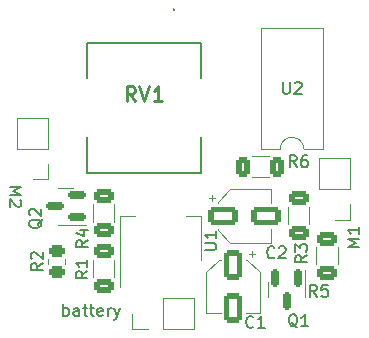
<source format=gto>
G04 #@! TF.GenerationSoftware,KiCad,Pcbnew,8.0.5*
G04 #@! TF.CreationDate,2024-10-02T19:17:24-04:00*
G04 #@! TF.ProjectId,pcb_chip,7063625f-6368-4697-902e-6b696361645f,rev?*
G04 #@! TF.SameCoordinates,Original*
G04 #@! TF.FileFunction,Legend,Top*
G04 #@! TF.FilePolarity,Positive*
%FSLAX46Y46*%
G04 Gerber Fmt 4.6, Leading zero omitted, Abs format (unit mm)*
G04 Created by KiCad (PCBNEW 8.0.5) date 2024-10-02 19:17:24*
%MOMM*%
%LPD*%
G01*
G04 APERTURE LIST*
G04 Aperture macros list*
%AMRoundRect*
0 Rectangle with rounded corners*
0 $1 Rounding radius*
0 $2 $3 $4 $5 $6 $7 $8 $9 X,Y pos of 4 corners*
0 Add a 4 corners polygon primitive as box body*
4,1,4,$2,$3,$4,$5,$6,$7,$8,$9,$2,$3,0*
0 Add four circle primitives for the rounded corners*
1,1,$1+$1,$2,$3*
1,1,$1+$1,$4,$5*
1,1,$1+$1,$6,$7*
1,1,$1+$1,$8,$9*
0 Add four rect primitives between the rounded corners*
20,1,$1+$1,$2,$3,$4,$5,0*
20,1,$1+$1,$4,$5,$6,$7,0*
20,1,$1+$1,$6,$7,$8,$9,0*
20,1,$1+$1,$8,$9,$2,$3,0*%
G04 Aperture macros list end*
%ADD10C,0.150000*%
%ADD11C,0.254000*%
%ADD12C,0.120000*%
%ADD13C,0.200000*%
%ADD14R,1.600000X1.600000*%
%ADD15O,1.600000X1.600000*%
%ADD16RoundRect,0.250000X0.312500X0.625000X-0.312500X0.625000X-0.312500X-0.625000X0.312500X-0.625000X0*%
%ADD17RoundRect,0.150000X-0.150000X0.587500X-0.150000X-0.587500X0.150000X-0.587500X0.150000X0.587500X0*%
%ADD18RoundRect,0.250000X-0.625000X0.312500X-0.625000X-0.312500X0.625000X-0.312500X0.625000X0.312500X0*%
%ADD19RoundRect,0.250000X0.625000X-0.312500X0.625000X0.312500X-0.625000X0.312500X-0.625000X-0.312500X0*%
%ADD20RoundRect,0.250000X-1.050000X-0.550000X1.050000X-0.550000X1.050000X0.550000X-1.050000X0.550000X0*%
%ADD21RoundRect,0.250000X0.450000X-0.262500X0.450000X0.262500X-0.450000X0.262500X-0.450000X-0.262500X0*%
%ADD22R,1.500000X1.500000*%
%ADD23C,1.500000*%
%ADD24C,4.260000*%
%ADD25R,1.700000X1.700000*%
%ADD26O,1.700000X1.700000*%
%ADD27RoundRect,0.150000X0.587500X0.150000X-0.587500X0.150000X-0.587500X-0.150000X0.587500X-0.150000X0*%
%ADD28RoundRect,0.250000X-0.550000X1.050000X-0.550000X-1.050000X0.550000X-1.050000X0.550000X1.050000X0*%
%ADD29R,1.500000X2.000000*%
%ADD30R,3.800000X2.000000*%
G04 APERTURE END LIST*
D10*
X136601295Y-86586819D02*
X136601295Y-87396342D01*
X136601295Y-87396342D02*
X136648914Y-87491580D01*
X136648914Y-87491580D02*
X136696533Y-87539200D01*
X136696533Y-87539200D02*
X136791771Y-87586819D01*
X136791771Y-87586819D02*
X136982247Y-87586819D01*
X136982247Y-87586819D02*
X137077485Y-87539200D01*
X137077485Y-87539200D02*
X137125104Y-87491580D01*
X137125104Y-87491580D02*
X137172723Y-87396342D01*
X137172723Y-87396342D02*
X137172723Y-86586819D01*
X137601295Y-86682057D02*
X137648914Y-86634438D01*
X137648914Y-86634438D02*
X137744152Y-86586819D01*
X137744152Y-86586819D02*
X137982247Y-86586819D01*
X137982247Y-86586819D02*
X138077485Y-86634438D01*
X138077485Y-86634438D02*
X138125104Y-86682057D01*
X138125104Y-86682057D02*
X138172723Y-86777295D01*
X138172723Y-86777295D02*
X138172723Y-86872533D01*
X138172723Y-86872533D02*
X138125104Y-87015390D01*
X138125104Y-87015390D02*
X137553676Y-87586819D01*
X137553676Y-87586819D02*
X138172723Y-87586819D01*
X137755333Y-93774419D02*
X137422000Y-93298228D01*
X137183905Y-93774419D02*
X137183905Y-92774419D01*
X137183905Y-92774419D02*
X137564857Y-92774419D01*
X137564857Y-92774419D02*
X137660095Y-92822038D01*
X137660095Y-92822038D02*
X137707714Y-92869657D01*
X137707714Y-92869657D02*
X137755333Y-92964895D01*
X137755333Y-92964895D02*
X137755333Y-93107752D01*
X137755333Y-93107752D02*
X137707714Y-93202990D01*
X137707714Y-93202990D02*
X137660095Y-93250609D01*
X137660095Y-93250609D02*
X137564857Y-93298228D01*
X137564857Y-93298228D02*
X137183905Y-93298228D01*
X138612476Y-92774419D02*
X138422000Y-92774419D01*
X138422000Y-92774419D02*
X138326762Y-92822038D01*
X138326762Y-92822038D02*
X138279143Y-92869657D01*
X138279143Y-92869657D02*
X138183905Y-93012514D01*
X138183905Y-93012514D02*
X138136286Y-93202990D01*
X138136286Y-93202990D02*
X138136286Y-93583942D01*
X138136286Y-93583942D02*
X138183905Y-93679180D01*
X138183905Y-93679180D02*
X138231524Y-93726800D01*
X138231524Y-93726800D02*
X138326762Y-93774419D01*
X138326762Y-93774419D02*
X138517238Y-93774419D01*
X138517238Y-93774419D02*
X138612476Y-93726800D01*
X138612476Y-93726800D02*
X138660095Y-93679180D01*
X138660095Y-93679180D02*
X138707714Y-93583942D01*
X138707714Y-93583942D02*
X138707714Y-93345847D01*
X138707714Y-93345847D02*
X138660095Y-93250609D01*
X138660095Y-93250609D02*
X138612476Y-93202990D01*
X138612476Y-93202990D02*
X138517238Y-93155371D01*
X138517238Y-93155371D02*
X138326762Y-93155371D01*
X138326762Y-93155371D02*
X138231524Y-93202990D01*
X138231524Y-93202990D02*
X138183905Y-93250609D01*
X138183905Y-93250609D02*
X138136286Y-93345847D01*
X137826761Y-107331657D02*
X137731523Y-107284038D01*
X137731523Y-107284038D02*
X137636285Y-107188800D01*
X137636285Y-107188800D02*
X137493428Y-107045942D01*
X137493428Y-107045942D02*
X137398190Y-106998323D01*
X137398190Y-106998323D02*
X137302952Y-106998323D01*
X137350571Y-107236419D02*
X137255333Y-107188800D01*
X137255333Y-107188800D02*
X137160095Y-107093561D01*
X137160095Y-107093561D02*
X137112476Y-106903085D01*
X137112476Y-106903085D02*
X137112476Y-106569752D01*
X137112476Y-106569752D02*
X137160095Y-106379276D01*
X137160095Y-106379276D02*
X137255333Y-106284038D01*
X137255333Y-106284038D02*
X137350571Y-106236419D01*
X137350571Y-106236419D02*
X137541047Y-106236419D01*
X137541047Y-106236419D02*
X137636285Y-106284038D01*
X137636285Y-106284038D02*
X137731523Y-106379276D01*
X137731523Y-106379276D02*
X137779142Y-106569752D01*
X137779142Y-106569752D02*
X137779142Y-106903085D01*
X137779142Y-106903085D02*
X137731523Y-107093561D01*
X137731523Y-107093561D02*
X137636285Y-107188800D01*
X137636285Y-107188800D02*
X137541047Y-107236419D01*
X137541047Y-107236419D02*
X137350571Y-107236419D01*
X138731523Y-107236419D02*
X138160095Y-107236419D01*
X138445809Y-107236419D02*
X138445809Y-106236419D01*
X138445809Y-106236419D02*
X138350571Y-106379276D01*
X138350571Y-106379276D02*
X138255333Y-106474514D01*
X138255333Y-106474514D02*
X138160095Y-106522133D01*
X138630819Y-101258666D02*
X138154628Y-101591999D01*
X138630819Y-101830094D02*
X137630819Y-101830094D01*
X137630819Y-101830094D02*
X137630819Y-101449142D01*
X137630819Y-101449142D02*
X137678438Y-101353904D01*
X137678438Y-101353904D02*
X137726057Y-101306285D01*
X137726057Y-101306285D02*
X137821295Y-101258666D01*
X137821295Y-101258666D02*
X137964152Y-101258666D01*
X137964152Y-101258666D02*
X138059390Y-101306285D01*
X138059390Y-101306285D02*
X138107009Y-101353904D01*
X138107009Y-101353904D02*
X138154628Y-101449142D01*
X138154628Y-101449142D02*
X138154628Y-101830094D01*
X137630819Y-100925332D02*
X137630819Y-100306285D01*
X137630819Y-100306285D02*
X138011771Y-100639618D01*
X138011771Y-100639618D02*
X138011771Y-100496761D01*
X138011771Y-100496761D02*
X138059390Y-100401523D01*
X138059390Y-100401523D02*
X138107009Y-100353904D01*
X138107009Y-100353904D02*
X138202247Y-100306285D01*
X138202247Y-100306285D02*
X138440342Y-100306285D01*
X138440342Y-100306285D02*
X138535580Y-100353904D01*
X138535580Y-100353904D02*
X138583200Y-100401523D01*
X138583200Y-100401523D02*
X138630819Y-100496761D01*
X138630819Y-100496761D02*
X138630819Y-100782475D01*
X138630819Y-100782475D02*
X138583200Y-100877713D01*
X138583200Y-100877713D02*
X138535580Y-100925332D01*
X120088819Y-99988666D02*
X119612628Y-100321999D01*
X120088819Y-100560094D02*
X119088819Y-100560094D01*
X119088819Y-100560094D02*
X119088819Y-100179142D01*
X119088819Y-100179142D02*
X119136438Y-100083904D01*
X119136438Y-100083904D02*
X119184057Y-100036285D01*
X119184057Y-100036285D02*
X119279295Y-99988666D01*
X119279295Y-99988666D02*
X119422152Y-99988666D01*
X119422152Y-99988666D02*
X119517390Y-100036285D01*
X119517390Y-100036285D02*
X119565009Y-100083904D01*
X119565009Y-100083904D02*
X119612628Y-100179142D01*
X119612628Y-100179142D02*
X119612628Y-100560094D01*
X119422152Y-99131523D02*
X120088819Y-99131523D01*
X119041200Y-99369618D02*
X119755485Y-99607713D01*
X119755485Y-99607713D02*
X119755485Y-98988666D01*
X135875733Y-101400780D02*
X135828114Y-101448400D01*
X135828114Y-101448400D02*
X135685257Y-101496019D01*
X135685257Y-101496019D02*
X135590019Y-101496019D01*
X135590019Y-101496019D02*
X135447162Y-101448400D01*
X135447162Y-101448400D02*
X135351924Y-101353161D01*
X135351924Y-101353161D02*
X135304305Y-101257923D01*
X135304305Y-101257923D02*
X135256686Y-101067447D01*
X135256686Y-101067447D02*
X135256686Y-100924590D01*
X135256686Y-100924590D02*
X135304305Y-100734114D01*
X135304305Y-100734114D02*
X135351924Y-100638876D01*
X135351924Y-100638876D02*
X135447162Y-100543638D01*
X135447162Y-100543638D02*
X135590019Y-100496019D01*
X135590019Y-100496019D02*
X135685257Y-100496019D01*
X135685257Y-100496019D02*
X135828114Y-100543638D01*
X135828114Y-100543638D02*
X135875733Y-100591257D01*
X136256686Y-100591257D02*
X136304305Y-100543638D01*
X136304305Y-100543638D02*
X136399543Y-100496019D01*
X136399543Y-100496019D02*
X136637638Y-100496019D01*
X136637638Y-100496019D02*
X136732876Y-100543638D01*
X136732876Y-100543638D02*
X136780495Y-100591257D01*
X136780495Y-100591257D02*
X136828114Y-100686495D01*
X136828114Y-100686495D02*
X136828114Y-100781733D01*
X136828114Y-100781733D02*
X136780495Y-100924590D01*
X136780495Y-100924590D02*
X136209067Y-101496019D01*
X136209067Y-101496019D02*
X136828114Y-101496019D01*
X139482533Y-104747219D02*
X139149200Y-104271028D01*
X138911105Y-104747219D02*
X138911105Y-103747219D01*
X138911105Y-103747219D02*
X139292057Y-103747219D01*
X139292057Y-103747219D02*
X139387295Y-103794838D01*
X139387295Y-103794838D02*
X139434914Y-103842457D01*
X139434914Y-103842457D02*
X139482533Y-103937695D01*
X139482533Y-103937695D02*
X139482533Y-104080552D01*
X139482533Y-104080552D02*
X139434914Y-104175790D01*
X139434914Y-104175790D02*
X139387295Y-104223409D01*
X139387295Y-104223409D02*
X139292057Y-104271028D01*
X139292057Y-104271028D02*
X138911105Y-104271028D01*
X140387295Y-103747219D02*
X139911105Y-103747219D01*
X139911105Y-103747219D02*
X139863486Y-104223409D01*
X139863486Y-104223409D02*
X139911105Y-104175790D01*
X139911105Y-104175790D02*
X140006343Y-104128171D01*
X140006343Y-104128171D02*
X140244438Y-104128171D01*
X140244438Y-104128171D02*
X140339676Y-104175790D01*
X140339676Y-104175790D02*
X140387295Y-104223409D01*
X140387295Y-104223409D02*
X140434914Y-104318647D01*
X140434914Y-104318647D02*
X140434914Y-104556742D01*
X140434914Y-104556742D02*
X140387295Y-104651980D01*
X140387295Y-104651980D02*
X140339676Y-104699600D01*
X140339676Y-104699600D02*
X140244438Y-104747219D01*
X140244438Y-104747219D02*
X140006343Y-104747219D01*
X140006343Y-104747219D02*
X139911105Y-104699600D01*
X139911105Y-104699600D02*
X139863486Y-104651980D01*
X116254419Y-101919066D02*
X115778228Y-102252399D01*
X116254419Y-102490494D02*
X115254419Y-102490494D01*
X115254419Y-102490494D02*
X115254419Y-102109542D01*
X115254419Y-102109542D02*
X115302038Y-102014304D01*
X115302038Y-102014304D02*
X115349657Y-101966685D01*
X115349657Y-101966685D02*
X115444895Y-101919066D01*
X115444895Y-101919066D02*
X115587752Y-101919066D01*
X115587752Y-101919066D02*
X115682990Y-101966685D01*
X115682990Y-101966685D02*
X115730609Y-102014304D01*
X115730609Y-102014304D02*
X115778228Y-102109542D01*
X115778228Y-102109542D02*
X115778228Y-102490494D01*
X115349657Y-101538113D02*
X115302038Y-101490494D01*
X115302038Y-101490494D02*
X115254419Y-101395256D01*
X115254419Y-101395256D02*
X115254419Y-101157161D01*
X115254419Y-101157161D02*
X115302038Y-101061923D01*
X115302038Y-101061923D02*
X115349657Y-101014304D01*
X115349657Y-101014304D02*
X115444895Y-100966685D01*
X115444895Y-100966685D02*
X115540133Y-100966685D01*
X115540133Y-100966685D02*
X115682990Y-101014304D01*
X115682990Y-101014304D02*
X116254419Y-101585732D01*
X116254419Y-101585732D02*
X116254419Y-100966685D01*
X120038019Y-102579466D02*
X119561828Y-102912799D01*
X120038019Y-103150894D02*
X119038019Y-103150894D01*
X119038019Y-103150894D02*
X119038019Y-102769942D01*
X119038019Y-102769942D02*
X119085638Y-102674704D01*
X119085638Y-102674704D02*
X119133257Y-102627085D01*
X119133257Y-102627085D02*
X119228495Y-102579466D01*
X119228495Y-102579466D02*
X119371352Y-102579466D01*
X119371352Y-102579466D02*
X119466590Y-102627085D01*
X119466590Y-102627085D02*
X119514209Y-102674704D01*
X119514209Y-102674704D02*
X119561828Y-102769942D01*
X119561828Y-102769942D02*
X119561828Y-103150894D01*
X120038019Y-101627085D02*
X120038019Y-102198513D01*
X120038019Y-101912799D02*
X119038019Y-101912799D01*
X119038019Y-101912799D02*
X119180876Y-102008037D01*
X119180876Y-102008037D02*
X119276114Y-102103275D01*
X119276114Y-102103275D02*
X119323733Y-102198513D01*
D11*
X124085048Y-88204318D02*
X123661714Y-87599556D01*
X123359333Y-88204318D02*
X123359333Y-86934318D01*
X123359333Y-86934318D02*
X123843143Y-86934318D01*
X123843143Y-86934318D02*
X123964095Y-86994794D01*
X123964095Y-86994794D02*
X124024572Y-87055270D01*
X124024572Y-87055270D02*
X124085048Y-87176222D01*
X124085048Y-87176222D02*
X124085048Y-87357651D01*
X124085048Y-87357651D02*
X124024572Y-87478603D01*
X124024572Y-87478603D02*
X123964095Y-87539080D01*
X123964095Y-87539080D02*
X123843143Y-87599556D01*
X123843143Y-87599556D02*
X123359333Y-87599556D01*
X124447905Y-86934318D02*
X124871238Y-88204318D01*
X124871238Y-88204318D02*
X125294572Y-86934318D01*
X126383143Y-88204318D02*
X125657428Y-88204318D01*
X126020285Y-88204318D02*
X126020285Y-86934318D01*
X126020285Y-86934318D02*
X125899333Y-87115746D01*
X125899333Y-87115746D02*
X125778381Y-87236699D01*
X125778381Y-87236699D02*
X125657428Y-87297175D01*
D10*
X113464180Y-95456476D02*
X114464180Y-95456476D01*
X114464180Y-95456476D02*
X113749895Y-95789809D01*
X113749895Y-95789809D02*
X114464180Y-96123142D01*
X114464180Y-96123142D02*
X113464180Y-96123142D01*
X114368942Y-96551714D02*
X114416561Y-96599333D01*
X114416561Y-96599333D02*
X114464180Y-96694571D01*
X114464180Y-96694571D02*
X114464180Y-96932666D01*
X114464180Y-96932666D02*
X114416561Y-97027904D01*
X114416561Y-97027904D02*
X114368942Y-97075523D01*
X114368942Y-97075523D02*
X114273704Y-97123142D01*
X114273704Y-97123142D02*
X114178466Y-97123142D01*
X114178466Y-97123142D02*
X114035609Y-97075523D01*
X114035609Y-97075523D02*
X113464180Y-96504095D01*
X113464180Y-96504095D02*
X113464180Y-97123142D01*
X143075819Y-100504523D02*
X142075819Y-100504523D01*
X142075819Y-100504523D02*
X142790104Y-100171190D01*
X142790104Y-100171190D02*
X142075819Y-99837857D01*
X142075819Y-99837857D02*
X143075819Y-99837857D01*
X143075819Y-98837857D02*
X143075819Y-99409285D01*
X143075819Y-99123571D02*
X142075819Y-99123571D01*
X142075819Y-99123571D02*
X142218676Y-99218809D01*
X142218676Y-99218809D02*
X142313914Y-99314047D01*
X142313914Y-99314047D02*
X142361533Y-99409285D01*
X117993056Y-106372819D02*
X117993056Y-105372819D01*
X117993056Y-105753771D02*
X118088294Y-105706152D01*
X118088294Y-105706152D02*
X118278770Y-105706152D01*
X118278770Y-105706152D02*
X118374008Y-105753771D01*
X118374008Y-105753771D02*
X118421627Y-105801390D01*
X118421627Y-105801390D02*
X118469246Y-105896628D01*
X118469246Y-105896628D02*
X118469246Y-106182342D01*
X118469246Y-106182342D02*
X118421627Y-106277580D01*
X118421627Y-106277580D02*
X118374008Y-106325200D01*
X118374008Y-106325200D02*
X118278770Y-106372819D01*
X118278770Y-106372819D02*
X118088294Y-106372819D01*
X118088294Y-106372819D02*
X117993056Y-106325200D01*
X119326389Y-106372819D02*
X119326389Y-105849009D01*
X119326389Y-105849009D02*
X119278770Y-105753771D01*
X119278770Y-105753771D02*
X119183532Y-105706152D01*
X119183532Y-105706152D02*
X118993056Y-105706152D01*
X118993056Y-105706152D02*
X118897818Y-105753771D01*
X119326389Y-106325200D02*
X119231151Y-106372819D01*
X119231151Y-106372819D02*
X118993056Y-106372819D01*
X118993056Y-106372819D02*
X118897818Y-106325200D01*
X118897818Y-106325200D02*
X118850199Y-106229961D01*
X118850199Y-106229961D02*
X118850199Y-106134723D01*
X118850199Y-106134723D02*
X118897818Y-106039485D01*
X118897818Y-106039485D02*
X118993056Y-105991866D01*
X118993056Y-105991866D02*
X119231151Y-105991866D01*
X119231151Y-105991866D02*
X119326389Y-105944247D01*
X119659723Y-105706152D02*
X120040675Y-105706152D01*
X119802580Y-105372819D02*
X119802580Y-106229961D01*
X119802580Y-106229961D02*
X119850199Y-106325200D01*
X119850199Y-106325200D02*
X119945437Y-106372819D01*
X119945437Y-106372819D02*
X120040675Y-106372819D01*
X120231152Y-105706152D02*
X120612104Y-105706152D01*
X120374009Y-105372819D02*
X120374009Y-106229961D01*
X120374009Y-106229961D02*
X120421628Y-106325200D01*
X120421628Y-106325200D02*
X120516866Y-106372819D01*
X120516866Y-106372819D02*
X120612104Y-106372819D01*
X121326390Y-106325200D02*
X121231152Y-106372819D01*
X121231152Y-106372819D02*
X121040676Y-106372819D01*
X121040676Y-106372819D02*
X120945438Y-106325200D01*
X120945438Y-106325200D02*
X120897819Y-106229961D01*
X120897819Y-106229961D02*
X120897819Y-105849009D01*
X120897819Y-105849009D02*
X120945438Y-105753771D01*
X120945438Y-105753771D02*
X121040676Y-105706152D01*
X121040676Y-105706152D02*
X121231152Y-105706152D01*
X121231152Y-105706152D02*
X121326390Y-105753771D01*
X121326390Y-105753771D02*
X121374009Y-105849009D01*
X121374009Y-105849009D02*
X121374009Y-105944247D01*
X121374009Y-105944247D02*
X120897819Y-106039485D01*
X121802581Y-106372819D02*
X121802581Y-105706152D01*
X121802581Y-105896628D02*
X121850200Y-105801390D01*
X121850200Y-105801390D02*
X121897819Y-105753771D01*
X121897819Y-105753771D02*
X121993057Y-105706152D01*
X121993057Y-105706152D02*
X122088295Y-105706152D01*
X122326391Y-105706152D02*
X122564486Y-106372819D01*
X122802581Y-105706152D02*
X122564486Y-106372819D01*
X122564486Y-106372819D02*
X122469248Y-106610914D01*
X122469248Y-106610914D02*
X122421629Y-106658533D01*
X122421629Y-106658533D02*
X122326391Y-106706152D01*
X116221657Y-98190038D02*
X116174038Y-98285276D01*
X116174038Y-98285276D02*
X116078800Y-98380514D01*
X116078800Y-98380514D02*
X115935942Y-98523371D01*
X115935942Y-98523371D02*
X115888323Y-98618609D01*
X115888323Y-98618609D02*
X115888323Y-98713847D01*
X116126419Y-98666228D02*
X116078800Y-98761466D01*
X116078800Y-98761466D02*
X115983561Y-98856704D01*
X115983561Y-98856704D02*
X115793085Y-98904323D01*
X115793085Y-98904323D02*
X115459752Y-98904323D01*
X115459752Y-98904323D02*
X115269276Y-98856704D01*
X115269276Y-98856704D02*
X115174038Y-98761466D01*
X115174038Y-98761466D02*
X115126419Y-98666228D01*
X115126419Y-98666228D02*
X115126419Y-98475752D01*
X115126419Y-98475752D02*
X115174038Y-98380514D01*
X115174038Y-98380514D02*
X115269276Y-98285276D01*
X115269276Y-98285276D02*
X115459752Y-98237657D01*
X115459752Y-98237657D02*
X115793085Y-98237657D01*
X115793085Y-98237657D02*
X115983561Y-98285276D01*
X115983561Y-98285276D02*
X116078800Y-98380514D01*
X116078800Y-98380514D02*
X116126419Y-98475752D01*
X116126419Y-98475752D02*
X116126419Y-98666228D01*
X115221657Y-97856704D02*
X115174038Y-97809085D01*
X115174038Y-97809085D02*
X115126419Y-97713847D01*
X115126419Y-97713847D02*
X115126419Y-97475752D01*
X115126419Y-97475752D02*
X115174038Y-97380514D01*
X115174038Y-97380514D02*
X115221657Y-97332895D01*
X115221657Y-97332895D02*
X115316895Y-97285276D01*
X115316895Y-97285276D02*
X115412133Y-97285276D01*
X115412133Y-97285276D02*
X115554990Y-97332895D01*
X115554990Y-97332895D02*
X116126419Y-97904323D01*
X116126419Y-97904323D02*
X116126419Y-97285276D01*
X134097733Y-107293580D02*
X134050114Y-107341200D01*
X134050114Y-107341200D02*
X133907257Y-107388819D01*
X133907257Y-107388819D02*
X133812019Y-107388819D01*
X133812019Y-107388819D02*
X133669162Y-107341200D01*
X133669162Y-107341200D02*
X133573924Y-107245961D01*
X133573924Y-107245961D02*
X133526305Y-107150723D01*
X133526305Y-107150723D02*
X133478686Y-106960247D01*
X133478686Y-106960247D02*
X133478686Y-106817390D01*
X133478686Y-106817390D02*
X133526305Y-106626914D01*
X133526305Y-106626914D02*
X133573924Y-106531676D01*
X133573924Y-106531676D02*
X133669162Y-106436438D01*
X133669162Y-106436438D02*
X133812019Y-106388819D01*
X133812019Y-106388819D02*
X133907257Y-106388819D01*
X133907257Y-106388819D02*
X134050114Y-106436438D01*
X134050114Y-106436438D02*
X134097733Y-106484057D01*
X135050114Y-107388819D02*
X134478686Y-107388819D01*
X134764400Y-107388819D02*
X134764400Y-106388819D01*
X134764400Y-106388819D02*
X134669162Y-106531676D01*
X134669162Y-106531676D02*
X134573924Y-106626914D01*
X134573924Y-106626914D02*
X134478686Y-106674533D01*
X129960019Y-100787104D02*
X130769542Y-100787104D01*
X130769542Y-100787104D02*
X130864780Y-100739485D01*
X130864780Y-100739485D02*
X130912400Y-100691866D01*
X130912400Y-100691866D02*
X130960019Y-100596628D01*
X130960019Y-100596628D02*
X130960019Y-100406152D01*
X130960019Y-100406152D02*
X130912400Y-100310914D01*
X130912400Y-100310914D02*
X130864780Y-100263295D01*
X130864780Y-100263295D02*
X130769542Y-100215676D01*
X130769542Y-100215676D02*
X129960019Y-100215676D01*
X130960019Y-99215676D02*
X130960019Y-99787104D01*
X130960019Y-99501390D02*
X129960019Y-99501390D01*
X129960019Y-99501390D02*
X130102876Y-99596628D01*
X130102876Y-99596628D02*
X130198114Y-99691866D01*
X130198114Y-99691866D02*
X130245733Y-99787104D01*
D12*
X134713200Y-81982000D02*
X134713200Y-92262000D01*
X134713200Y-92262000D02*
X136363200Y-92262000D01*
X138363200Y-92262000D02*
X140013200Y-92262000D01*
X140013200Y-81982000D02*
X134713200Y-81982000D01*
X140013200Y-92262000D02*
X140013200Y-81982000D01*
X136363200Y-92262000D02*
G75*
G02*
X138363200Y-92262000I1000000J0D01*
G01*
X135397864Y-92816000D02*
X133943736Y-92816000D01*
X135397864Y-94636000D02*
X133943736Y-94636000D01*
X135346000Y-104140000D02*
X135346000Y-103490000D01*
X135346000Y-104140000D02*
X135346000Y-104790000D01*
X138466000Y-104140000D02*
X138466000Y-102465000D01*
X138466000Y-104140000D02*
X138466000Y-104790000D01*
X137012000Y-97164536D02*
X137012000Y-98618664D01*
X138832000Y-97164536D02*
X138832000Y-98618664D01*
X120502000Y-98390064D02*
X120502000Y-96935936D01*
X122322000Y-98390064D02*
X122322000Y-96935936D01*
X130350000Y-96357000D02*
X130850000Y-96357000D01*
X130600000Y-96107000D02*
X130600000Y-96607000D01*
X131090000Y-96721437D02*
X131090000Y-96857000D01*
X131090000Y-96721437D02*
X132154437Y-95657000D01*
X131090000Y-99112563D02*
X131090000Y-98977000D01*
X131090000Y-99112563D02*
X132154437Y-100177000D01*
X132154437Y-95657000D02*
X135610000Y-95657000D01*
X132154437Y-100177000D02*
X135610000Y-100177000D01*
X135610000Y-95657000D02*
X135610000Y-96857000D01*
X135610000Y-100177000D02*
X135610000Y-98977000D01*
X139399600Y-100568136D02*
X139399600Y-102022264D01*
X141219600Y-100568136D02*
X141219600Y-102022264D01*
X116714600Y-101979464D02*
X116714600Y-101525336D01*
X118184600Y-101979464D02*
X118184600Y-101525336D01*
X120502000Y-103089064D02*
X120502000Y-101634936D01*
X122322000Y-103089064D02*
X122322000Y-101634936D01*
D13*
X119991000Y-83255000D02*
X119991000Y-86255000D01*
X119991000Y-94255000D02*
X119991000Y-91255000D01*
X127341000Y-80355000D02*
X127341000Y-80355000D01*
X127341000Y-80355000D02*
X127341000Y-80355000D01*
X127341000Y-80455000D02*
X127341000Y-80455000D01*
X129691000Y-83255000D02*
X119991000Y-83255000D01*
X129691000Y-86255000D02*
X129691000Y-83255000D01*
X129691000Y-91255000D02*
X129691000Y-94255000D01*
X129691000Y-94255000D02*
X119991000Y-94255000D01*
X127341000Y-80355000D02*
G75*
G02*
X127341000Y-80455000I0J-50000D01*
G01*
X127341000Y-80455000D02*
G75*
G02*
X127341000Y-80355000I0J50000D01*
G01*
X127341000Y-80455000D02*
G75*
G02*
X127341000Y-80355000I0J50000D01*
G01*
D12*
X114087600Y-92207000D02*
X114087600Y-89607000D01*
X116747600Y-89607000D02*
X114087600Y-89607000D01*
X116747600Y-92207000D02*
X114087600Y-92207000D01*
X116747600Y-92207000D02*
X116747600Y-89607000D01*
X116747600Y-93477000D02*
X116747600Y-94807000D01*
X116747600Y-94807000D02*
X115417600Y-94807000D01*
X139640000Y-95636000D02*
X139640000Y-93036000D01*
X142300000Y-93036000D02*
X139640000Y-93036000D01*
X142300000Y-95636000D02*
X139640000Y-95636000D01*
X142300000Y-95636000D02*
X142300000Y-93036000D01*
X142300000Y-96906000D02*
X142300000Y-98236000D01*
X142300000Y-98236000D02*
X140970000Y-98236000D01*
X123841200Y-107502000D02*
X123841200Y-106172000D01*
X125171200Y-107502000D02*
X123841200Y-107502000D01*
X126441200Y-104842000D02*
X129041200Y-104842000D01*
X126441200Y-107502000D02*
X126441200Y-104842000D01*
X126441200Y-107502000D02*
X129041200Y-107502000D01*
X129041200Y-107502000D02*
X129041200Y-104842000D01*
X118211600Y-95518800D02*
X117561600Y-95518800D01*
X118211600Y-95518800D02*
X118861600Y-95518800D01*
X118211600Y-98638800D02*
X117561600Y-98638800D01*
X118211600Y-98638800D02*
X119886600Y-98638800D01*
X130124800Y-102690437D02*
X130124800Y-106146000D01*
X130124800Y-106146000D02*
X131324800Y-106146000D01*
X131189237Y-101626000D02*
X130124800Y-102690437D01*
X131189237Y-101626000D02*
X131324800Y-101626000D01*
X133580363Y-101626000D02*
X133444800Y-101626000D01*
X133580363Y-101626000D02*
X134644800Y-102690437D01*
X133944800Y-100886000D02*
X133944800Y-101386000D01*
X134194800Y-101136000D02*
X133694800Y-101136000D01*
X134644800Y-102690437D02*
X134644800Y-106146000D01*
X134644800Y-106146000D02*
X133444800Y-106146000D01*
X122828000Y-97912000D02*
X124088000Y-97912000D01*
X122828000Y-103922000D02*
X122828000Y-97912000D01*
X129648000Y-97912000D02*
X128388000Y-97912000D01*
X129648000Y-101672000D02*
X129648000Y-97912000D01*
%LPC*%
D14*
X141173200Y-90932000D03*
D15*
X141173200Y-88392000D03*
X141173200Y-85852000D03*
X141173200Y-83312000D03*
X133553200Y-83312000D03*
X133553200Y-85852000D03*
X133553200Y-88392000D03*
X133553200Y-90932000D03*
D16*
X136133300Y-93726000D03*
X133208300Y-93726000D03*
D17*
X137856000Y-103202500D03*
X135956000Y-103202500D03*
X136906000Y-105077500D03*
D18*
X137922000Y-96429100D03*
X137922000Y-99354100D03*
D19*
X121412000Y-99125500D03*
X121412000Y-96200500D03*
D20*
X131550000Y-97917000D03*
X135150000Y-97917000D03*
D18*
X140309600Y-99832700D03*
X140309600Y-102757700D03*
D21*
X117449600Y-102664900D03*
X117449600Y-100839900D03*
D19*
X121412000Y-103824500D03*
X121412000Y-100899500D03*
D22*
X127341000Y-81755000D03*
D23*
X124841000Y-81755000D03*
X122341000Y-81755000D03*
D24*
X129241000Y-88755000D03*
X120441000Y-88755000D03*
D25*
X115417600Y-93477000D03*
D26*
X115417600Y-90937000D03*
D25*
X140970000Y-96906000D03*
D26*
X140970000Y-94366000D03*
D25*
X125171200Y-106172000D03*
D26*
X127711200Y-106172000D03*
D27*
X119149100Y-98028800D03*
X119149100Y-96128800D03*
X117274100Y-97078800D03*
D28*
X132384800Y-102086000D03*
X132384800Y-105686000D03*
D29*
X123938000Y-102972000D03*
X126238000Y-102972000D03*
D30*
X126238000Y-96672000D03*
D29*
X128538000Y-102972000D03*
%LPD*%
M02*

</source>
